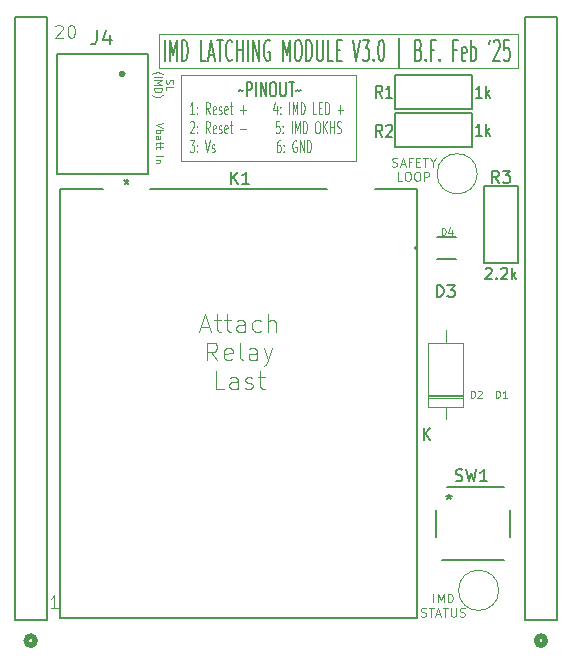
<source format=gbr>
%TF.GenerationSoftware,KiCad,Pcbnew,8.0.8*%
%TF.CreationDate,2025-03-02T20:21:30-05:00*%
%TF.ProjectId,IMD Latching Module V3.0,494d4420-4c61-4746-9368-696e67204d6f,rev?*%
%TF.SameCoordinates,Original*%
%TF.FileFunction,Legend,Top*%
%TF.FilePolarity,Positive*%
%FSLAX46Y46*%
G04 Gerber Fmt 4.6, Leading zero omitted, Abs format (unit mm)*
G04 Created by KiCad (PCBNEW 8.0.8) date 2025-03-02 20:21:30*
%MOMM*%
%LPD*%
G01*
G04 APERTURE LIST*
%ADD10C,0.100000*%
%ADD11C,0.150000*%
%ADD12C,0.187500*%
%ADD13C,0.170000*%
%ADD14C,0.120000*%
%ADD15C,0.152400*%
%ADD16C,0.508000*%
%ADD17C,0.200000*%
%ADD18C,0.400000*%
G04 APERTURE END LIST*
D10*
X61620000Y-50870000D02*
X92020000Y-50870000D01*
X92020000Y-53770000D01*
X61620000Y-53770000D01*
X61620000Y-50870000D01*
X63500000Y-54300000D02*
X78300000Y-54300000D01*
X78300000Y-61600000D01*
X63500000Y-61600000D01*
X63500000Y-54300000D01*
D11*
X89335714Y-70750057D02*
X89378571Y-70702438D01*
X89378571Y-70702438D02*
X89464286Y-70654819D01*
X89464286Y-70654819D02*
X89678571Y-70654819D01*
X89678571Y-70654819D02*
X89764286Y-70702438D01*
X89764286Y-70702438D02*
X89807143Y-70750057D01*
X89807143Y-70750057D02*
X89850000Y-70845295D01*
X89850000Y-70845295D02*
X89850000Y-70940533D01*
X89850000Y-70940533D02*
X89807143Y-71083390D01*
X89807143Y-71083390D02*
X89292857Y-71654819D01*
X89292857Y-71654819D02*
X89850000Y-71654819D01*
X90235714Y-71559580D02*
X90278571Y-71607200D01*
X90278571Y-71607200D02*
X90235714Y-71654819D01*
X90235714Y-71654819D02*
X90192857Y-71607200D01*
X90192857Y-71607200D02*
X90235714Y-71559580D01*
X90235714Y-71559580D02*
X90235714Y-71654819D01*
X90621428Y-70750057D02*
X90664285Y-70702438D01*
X90664285Y-70702438D02*
X90750000Y-70654819D01*
X90750000Y-70654819D02*
X90964285Y-70654819D01*
X90964285Y-70654819D02*
X91050000Y-70702438D01*
X91050000Y-70702438D02*
X91092857Y-70750057D01*
X91092857Y-70750057D02*
X91135714Y-70845295D01*
X91135714Y-70845295D02*
X91135714Y-70940533D01*
X91135714Y-70940533D02*
X91092857Y-71083390D01*
X91092857Y-71083390D02*
X90578571Y-71654819D01*
X90578571Y-71654819D02*
X91135714Y-71654819D01*
X91521428Y-71654819D02*
X91521428Y-70654819D01*
X91607143Y-71273866D02*
X91864285Y-71654819D01*
X91864285Y-70988152D02*
X91521428Y-71369104D01*
D10*
X65205713Y-75652825D02*
X65919999Y-75652825D01*
X65062856Y-76081396D02*
X65562856Y-74581396D01*
X65562856Y-74581396D02*
X66062856Y-76081396D01*
X66348570Y-75081396D02*
X66919998Y-75081396D01*
X66562855Y-74581396D02*
X66562855Y-75867110D01*
X66562855Y-75867110D02*
X66634284Y-76009968D01*
X66634284Y-76009968D02*
X66777141Y-76081396D01*
X66777141Y-76081396D02*
X66919998Y-76081396D01*
X67205713Y-75081396D02*
X67777141Y-75081396D01*
X67419998Y-74581396D02*
X67419998Y-75867110D01*
X67419998Y-75867110D02*
X67491427Y-76009968D01*
X67491427Y-76009968D02*
X67634284Y-76081396D01*
X67634284Y-76081396D02*
X67777141Y-76081396D01*
X68919999Y-76081396D02*
X68919999Y-75295682D01*
X68919999Y-75295682D02*
X68848570Y-75152825D01*
X68848570Y-75152825D02*
X68705713Y-75081396D01*
X68705713Y-75081396D02*
X68419999Y-75081396D01*
X68419999Y-75081396D02*
X68277141Y-75152825D01*
X68919999Y-76009968D02*
X68777141Y-76081396D01*
X68777141Y-76081396D02*
X68419999Y-76081396D01*
X68419999Y-76081396D02*
X68277141Y-76009968D01*
X68277141Y-76009968D02*
X68205713Y-75867110D01*
X68205713Y-75867110D02*
X68205713Y-75724253D01*
X68205713Y-75724253D02*
X68277141Y-75581396D01*
X68277141Y-75581396D02*
X68419999Y-75509968D01*
X68419999Y-75509968D02*
X68777141Y-75509968D01*
X68777141Y-75509968D02*
X68919999Y-75438539D01*
X70277142Y-76009968D02*
X70134284Y-76081396D01*
X70134284Y-76081396D02*
X69848570Y-76081396D01*
X69848570Y-76081396D02*
X69705713Y-76009968D01*
X69705713Y-76009968D02*
X69634284Y-75938539D01*
X69634284Y-75938539D02*
X69562856Y-75795682D01*
X69562856Y-75795682D02*
X69562856Y-75367110D01*
X69562856Y-75367110D02*
X69634284Y-75224253D01*
X69634284Y-75224253D02*
X69705713Y-75152825D01*
X69705713Y-75152825D02*
X69848570Y-75081396D01*
X69848570Y-75081396D02*
X70134284Y-75081396D01*
X70134284Y-75081396D02*
X70277142Y-75152825D01*
X70919998Y-76081396D02*
X70919998Y-74581396D01*
X71562856Y-76081396D02*
X71562856Y-75295682D01*
X71562856Y-75295682D02*
X71491427Y-75152825D01*
X71491427Y-75152825D02*
X71348570Y-75081396D01*
X71348570Y-75081396D02*
X71134284Y-75081396D01*
X71134284Y-75081396D02*
X70991427Y-75152825D01*
X70991427Y-75152825D02*
X70919998Y-75224253D01*
X66598570Y-78496312D02*
X66098570Y-77782026D01*
X65741427Y-78496312D02*
X65741427Y-76996312D01*
X65741427Y-76996312D02*
X66312856Y-76996312D01*
X66312856Y-76996312D02*
X66455713Y-77067741D01*
X66455713Y-77067741D02*
X66527142Y-77139169D01*
X66527142Y-77139169D02*
X66598570Y-77282026D01*
X66598570Y-77282026D02*
X66598570Y-77496312D01*
X66598570Y-77496312D02*
X66527142Y-77639169D01*
X66527142Y-77639169D02*
X66455713Y-77710598D01*
X66455713Y-77710598D02*
X66312856Y-77782026D01*
X66312856Y-77782026D02*
X65741427Y-77782026D01*
X67812856Y-78424884D02*
X67669999Y-78496312D01*
X67669999Y-78496312D02*
X67384285Y-78496312D01*
X67384285Y-78496312D02*
X67241427Y-78424884D01*
X67241427Y-78424884D02*
X67169999Y-78282026D01*
X67169999Y-78282026D02*
X67169999Y-77710598D01*
X67169999Y-77710598D02*
X67241427Y-77567741D01*
X67241427Y-77567741D02*
X67384285Y-77496312D01*
X67384285Y-77496312D02*
X67669999Y-77496312D01*
X67669999Y-77496312D02*
X67812856Y-77567741D01*
X67812856Y-77567741D02*
X67884285Y-77710598D01*
X67884285Y-77710598D02*
X67884285Y-77853455D01*
X67884285Y-77853455D02*
X67169999Y-77996312D01*
X68741427Y-78496312D02*
X68598570Y-78424884D01*
X68598570Y-78424884D02*
X68527141Y-78282026D01*
X68527141Y-78282026D02*
X68527141Y-76996312D01*
X69955713Y-78496312D02*
X69955713Y-77710598D01*
X69955713Y-77710598D02*
X69884284Y-77567741D01*
X69884284Y-77567741D02*
X69741427Y-77496312D01*
X69741427Y-77496312D02*
X69455713Y-77496312D01*
X69455713Y-77496312D02*
X69312855Y-77567741D01*
X69955713Y-78424884D02*
X69812855Y-78496312D01*
X69812855Y-78496312D02*
X69455713Y-78496312D01*
X69455713Y-78496312D02*
X69312855Y-78424884D01*
X69312855Y-78424884D02*
X69241427Y-78282026D01*
X69241427Y-78282026D02*
X69241427Y-78139169D01*
X69241427Y-78139169D02*
X69312855Y-77996312D01*
X69312855Y-77996312D02*
X69455713Y-77924884D01*
X69455713Y-77924884D02*
X69812855Y-77924884D01*
X69812855Y-77924884D02*
X69955713Y-77853455D01*
X70527141Y-77496312D02*
X70884284Y-78496312D01*
X71241427Y-77496312D02*
X70884284Y-78496312D01*
X70884284Y-78496312D02*
X70741427Y-78853455D01*
X70741427Y-78853455D02*
X70669998Y-78924884D01*
X70669998Y-78924884D02*
X70527141Y-78996312D01*
X67169998Y-80911228D02*
X66455712Y-80911228D01*
X66455712Y-80911228D02*
X66455712Y-79411228D01*
X68312856Y-80911228D02*
X68312856Y-80125514D01*
X68312856Y-80125514D02*
X68241427Y-79982657D01*
X68241427Y-79982657D02*
X68098570Y-79911228D01*
X68098570Y-79911228D02*
X67812856Y-79911228D01*
X67812856Y-79911228D02*
X67669998Y-79982657D01*
X68312856Y-80839800D02*
X68169998Y-80911228D01*
X68169998Y-80911228D02*
X67812856Y-80911228D01*
X67812856Y-80911228D02*
X67669998Y-80839800D01*
X67669998Y-80839800D02*
X67598570Y-80696942D01*
X67598570Y-80696942D02*
X67598570Y-80554085D01*
X67598570Y-80554085D02*
X67669998Y-80411228D01*
X67669998Y-80411228D02*
X67812856Y-80339800D01*
X67812856Y-80339800D02*
X68169998Y-80339800D01*
X68169998Y-80339800D02*
X68312856Y-80268371D01*
X68955713Y-80839800D02*
X69098570Y-80911228D01*
X69098570Y-80911228D02*
X69384284Y-80911228D01*
X69384284Y-80911228D02*
X69527141Y-80839800D01*
X69527141Y-80839800D02*
X69598570Y-80696942D01*
X69598570Y-80696942D02*
X69598570Y-80625514D01*
X69598570Y-80625514D02*
X69527141Y-80482657D01*
X69527141Y-80482657D02*
X69384284Y-80411228D01*
X69384284Y-80411228D02*
X69169999Y-80411228D01*
X69169999Y-80411228D02*
X69027141Y-80339800D01*
X69027141Y-80339800D02*
X68955713Y-80196942D01*
X68955713Y-80196942D02*
X68955713Y-80125514D01*
X68955713Y-80125514D02*
X69027141Y-79982657D01*
X69027141Y-79982657D02*
X69169999Y-79911228D01*
X69169999Y-79911228D02*
X69384284Y-79911228D01*
X69384284Y-79911228D02*
X69527141Y-79982657D01*
X70027142Y-79911228D02*
X70598570Y-79911228D01*
X70241427Y-79411228D02*
X70241427Y-80696942D01*
X70241427Y-80696942D02*
X70312856Y-80839800D01*
X70312856Y-80839800D02*
X70455713Y-80911228D01*
X70455713Y-80911228D02*
X70598570Y-80911228D01*
X64622931Y-57652531D02*
X64280074Y-57652531D01*
X64451503Y-57652531D02*
X64451503Y-56652531D01*
X64451503Y-56652531D02*
X64394360Y-56795388D01*
X64394360Y-56795388D02*
X64337217Y-56890626D01*
X64337217Y-56890626D02*
X64280074Y-56938245D01*
X64880075Y-57557292D02*
X64908646Y-57604912D01*
X64908646Y-57604912D02*
X64880075Y-57652531D01*
X64880075Y-57652531D02*
X64851503Y-57604912D01*
X64851503Y-57604912D02*
X64880075Y-57557292D01*
X64880075Y-57557292D02*
X64880075Y-57652531D01*
X64880075Y-57033483D02*
X64908646Y-57081102D01*
X64908646Y-57081102D02*
X64880075Y-57128721D01*
X64880075Y-57128721D02*
X64851503Y-57081102D01*
X64851503Y-57081102D02*
X64880075Y-57033483D01*
X64880075Y-57033483D02*
X64880075Y-57128721D01*
X65965789Y-57652531D02*
X65765789Y-57176340D01*
X65622932Y-57652531D02*
X65622932Y-56652531D01*
X65622932Y-56652531D02*
X65851503Y-56652531D01*
X65851503Y-56652531D02*
X65908646Y-56700150D01*
X65908646Y-56700150D02*
X65937217Y-56747769D01*
X65937217Y-56747769D02*
X65965789Y-56843007D01*
X65965789Y-56843007D02*
X65965789Y-56985864D01*
X65965789Y-56985864D02*
X65937217Y-57081102D01*
X65937217Y-57081102D02*
X65908646Y-57128721D01*
X65908646Y-57128721D02*
X65851503Y-57176340D01*
X65851503Y-57176340D02*
X65622932Y-57176340D01*
X66451503Y-57604912D02*
X66394360Y-57652531D01*
X66394360Y-57652531D02*
X66280075Y-57652531D01*
X66280075Y-57652531D02*
X66222932Y-57604912D01*
X66222932Y-57604912D02*
X66194360Y-57509673D01*
X66194360Y-57509673D02*
X66194360Y-57128721D01*
X66194360Y-57128721D02*
X66222932Y-57033483D01*
X66222932Y-57033483D02*
X66280075Y-56985864D01*
X66280075Y-56985864D02*
X66394360Y-56985864D01*
X66394360Y-56985864D02*
X66451503Y-57033483D01*
X66451503Y-57033483D02*
X66480075Y-57128721D01*
X66480075Y-57128721D02*
X66480075Y-57223959D01*
X66480075Y-57223959D02*
X66194360Y-57319197D01*
X66708646Y-57604912D02*
X66765789Y-57652531D01*
X66765789Y-57652531D02*
X66880075Y-57652531D01*
X66880075Y-57652531D02*
X66937218Y-57604912D01*
X66937218Y-57604912D02*
X66965789Y-57509673D01*
X66965789Y-57509673D02*
X66965789Y-57462054D01*
X66965789Y-57462054D02*
X66937218Y-57366816D01*
X66937218Y-57366816D02*
X66880075Y-57319197D01*
X66880075Y-57319197D02*
X66794361Y-57319197D01*
X66794361Y-57319197D02*
X66737218Y-57271578D01*
X66737218Y-57271578D02*
X66708646Y-57176340D01*
X66708646Y-57176340D02*
X66708646Y-57128721D01*
X66708646Y-57128721D02*
X66737218Y-57033483D01*
X66737218Y-57033483D02*
X66794361Y-56985864D01*
X66794361Y-56985864D02*
X66880075Y-56985864D01*
X66880075Y-56985864D02*
X66937218Y-57033483D01*
X67451503Y-57604912D02*
X67394360Y-57652531D01*
X67394360Y-57652531D02*
X67280075Y-57652531D01*
X67280075Y-57652531D02*
X67222932Y-57604912D01*
X67222932Y-57604912D02*
X67194360Y-57509673D01*
X67194360Y-57509673D02*
X67194360Y-57128721D01*
X67194360Y-57128721D02*
X67222932Y-57033483D01*
X67222932Y-57033483D02*
X67280075Y-56985864D01*
X67280075Y-56985864D02*
X67394360Y-56985864D01*
X67394360Y-56985864D02*
X67451503Y-57033483D01*
X67451503Y-57033483D02*
X67480075Y-57128721D01*
X67480075Y-57128721D02*
X67480075Y-57223959D01*
X67480075Y-57223959D02*
X67194360Y-57319197D01*
X67651503Y-56985864D02*
X67880075Y-56985864D01*
X67737218Y-56652531D02*
X67737218Y-57509673D01*
X67737218Y-57509673D02*
X67765789Y-57604912D01*
X67765789Y-57604912D02*
X67822932Y-57652531D01*
X67822932Y-57652531D02*
X67880075Y-57652531D01*
X68537218Y-57271578D02*
X68994361Y-57271578D01*
X68765789Y-57652531D02*
X68765789Y-56890626D01*
X71622931Y-56985864D02*
X71622931Y-57652531D01*
X71480073Y-56604912D02*
X71337216Y-57319197D01*
X71337216Y-57319197D02*
X71708645Y-57319197D01*
X71937217Y-57557292D02*
X71965788Y-57604912D01*
X71965788Y-57604912D02*
X71937217Y-57652531D01*
X71937217Y-57652531D02*
X71908645Y-57604912D01*
X71908645Y-57604912D02*
X71937217Y-57557292D01*
X71937217Y-57557292D02*
X71937217Y-57652531D01*
X71937217Y-57033483D02*
X71965788Y-57081102D01*
X71965788Y-57081102D02*
X71937217Y-57128721D01*
X71937217Y-57128721D02*
X71908645Y-57081102D01*
X71908645Y-57081102D02*
X71937217Y-57033483D01*
X71937217Y-57033483D02*
X71937217Y-57128721D01*
X72680074Y-57652531D02*
X72680074Y-56652531D01*
X72965788Y-57652531D02*
X72965788Y-56652531D01*
X72965788Y-56652531D02*
X73165788Y-57366816D01*
X73165788Y-57366816D02*
X73365788Y-56652531D01*
X73365788Y-56652531D02*
X73365788Y-57652531D01*
X73651502Y-57652531D02*
X73651502Y-56652531D01*
X73651502Y-56652531D02*
X73794359Y-56652531D01*
X73794359Y-56652531D02*
X73880073Y-56700150D01*
X73880073Y-56700150D02*
X73937216Y-56795388D01*
X73937216Y-56795388D02*
X73965787Y-56890626D01*
X73965787Y-56890626D02*
X73994359Y-57081102D01*
X73994359Y-57081102D02*
X73994359Y-57223959D01*
X73994359Y-57223959D02*
X73965787Y-57414435D01*
X73965787Y-57414435D02*
X73937216Y-57509673D01*
X73937216Y-57509673D02*
X73880073Y-57604912D01*
X73880073Y-57604912D02*
X73794359Y-57652531D01*
X73794359Y-57652531D02*
X73651502Y-57652531D01*
X74994359Y-57652531D02*
X74708645Y-57652531D01*
X74708645Y-57652531D02*
X74708645Y-56652531D01*
X75194359Y-57128721D02*
X75394359Y-57128721D01*
X75480073Y-57652531D02*
X75194359Y-57652531D01*
X75194359Y-57652531D02*
X75194359Y-56652531D01*
X75194359Y-56652531D02*
X75480073Y-56652531D01*
X75737216Y-57652531D02*
X75737216Y-56652531D01*
X75737216Y-56652531D02*
X75880073Y-56652531D01*
X75880073Y-56652531D02*
X75965787Y-56700150D01*
X75965787Y-56700150D02*
X76022930Y-56795388D01*
X76022930Y-56795388D02*
X76051501Y-56890626D01*
X76051501Y-56890626D02*
X76080073Y-57081102D01*
X76080073Y-57081102D02*
X76080073Y-57223959D01*
X76080073Y-57223959D02*
X76051501Y-57414435D01*
X76051501Y-57414435D02*
X76022930Y-57509673D01*
X76022930Y-57509673D02*
X75965787Y-57604912D01*
X75965787Y-57604912D02*
X75880073Y-57652531D01*
X75880073Y-57652531D02*
X75737216Y-57652531D01*
X76794359Y-57271578D02*
X77251502Y-57271578D01*
X77022930Y-57652531D02*
X77022930Y-56890626D01*
X64280074Y-58357713D02*
X64308646Y-58310094D01*
X64308646Y-58310094D02*
X64365789Y-58262475D01*
X64365789Y-58262475D02*
X64508646Y-58262475D01*
X64508646Y-58262475D02*
X64565789Y-58310094D01*
X64565789Y-58310094D02*
X64594360Y-58357713D01*
X64594360Y-58357713D02*
X64622931Y-58452951D01*
X64622931Y-58452951D02*
X64622931Y-58548189D01*
X64622931Y-58548189D02*
X64594360Y-58691046D01*
X64594360Y-58691046D02*
X64251503Y-59262475D01*
X64251503Y-59262475D02*
X64622931Y-59262475D01*
X64880075Y-59167236D02*
X64908646Y-59214856D01*
X64908646Y-59214856D02*
X64880075Y-59262475D01*
X64880075Y-59262475D02*
X64851503Y-59214856D01*
X64851503Y-59214856D02*
X64880075Y-59167236D01*
X64880075Y-59167236D02*
X64880075Y-59262475D01*
X64880075Y-58643427D02*
X64908646Y-58691046D01*
X64908646Y-58691046D02*
X64880075Y-58738665D01*
X64880075Y-58738665D02*
X64851503Y-58691046D01*
X64851503Y-58691046D02*
X64880075Y-58643427D01*
X64880075Y-58643427D02*
X64880075Y-58738665D01*
X65965789Y-59262475D02*
X65765789Y-58786284D01*
X65622932Y-59262475D02*
X65622932Y-58262475D01*
X65622932Y-58262475D02*
X65851503Y-58262475D01*
X65851503Y-58262475D02*
X65908646Y-58310094D01*
X65908646Y-58310094D02*
X65937217Y-58357713D01*
X65937217Y-58357713D02*
X65965789Y-58452951D01*
X65965789Y-58452951D02*
X65965789Y-58595808D01*
X65965789Y-58595808D02*
X65937217Y-58691046D01*
X65937217Y-58691046D02*
X65908646Y-58738665D01*
X65908646Y-58738665D02*
X65851503Y-58786284D01*
X65851503Y-58786284D02*
X65622932Y-58786284D01*
X66451503Y-59214856D02*
X66394360Y-59262475D01*
X66394360Y-59262475D02*
X66280075Y-59262475D01*
X66280075Y-59262475D02*
X66222932Y-59214856D01*
X66222932Y-59214856D02*
X66194360Y-59119617D01*
X66194360Y-59119617D02*
X66194360Y-58738665D01*
X66194360Y-58738665D02*
X66222932Y-58643427D01*
X66222932Y-58643427D02*
X66280075Y-58595808D01*
X66280075Y-58595808D02*
X66394360Y-58595808D01*
X66394360Y-58595808D02*
X66451503Y-58643427D01*
X66451503Y-58643427D02*
X66480075Y-58738665D01*
X66480075Y-58738665D02*
X66480075Y-58833903D01*
X66480075Y-58833903D02*
X66194360Y-58929141D01*
X66708646Y-59214856D02*
X66765789Y-59262475D01*
X66765789Y-59262475D02*
X66880075Y-59262475D01*
X66880075Y-59262475D02*
X66937218Y-59214856D01*
X66937218Y-59214856D02*
X66965789Y-59119617D01*
X66965789Y-59119617D02*
X66965789Y-59071998D01*
X66965789Y-59071998D02*
X66937218Y-58976760D01*
X66937218Y-58976760D02*
X66880075Y-58929141D01*
X66880075Y-58929141D02*
X66794361Y-58929141D01*
X66794361Y-58929141D02*
X66737218Y-58881522D01*
X66737218Y-58881522D02*
X66708646Y-58786284D01*
X66708646Y-58786284D02*
X66708646Y-58738665D01*
X66708646Y-58738665D02*
X66737218Y-58643427D01*
X66737218Y-58643427D02*
X66794361Y-58595808D01*
X66794361Y-58595808D02*
X66880075Y-58595808D01*
X66880075Y-58595808D02*
X66937218Y-58643427D01*
X67451503Y-59214856D02*
X67394360Y-59262475D01*
X67394360Y-59262475D02*
X67280075Y-59262475D01*
X67280075Y-59262475D02*
X67222932Y-59214856D01*
X67222932Y-59214856D02*
X67194360Y-59119617D01*
X67194360Y-59119617D02*
X67194360Y-58738665D01*
X67194360Y-58738665D02*
X67222932Y-58643427D01*
X67222932Y-58643427D02*
X67280075Y-58595808D01*
X67280075Y-58595808D02*
X67394360Y-58595808D01*
X67394360Y-58595808D02*
X67451503Y-58643427D01*
X67451503Y-58643427D02*
X67480075Y-58738665D01*
X67480075Y-58738665D02*
X67480075Y-58833903D01*
X67480075Y-58833903D02*
X67194360Y-58929141D01*
X67651503Y-58595808D02*
X67880075Y-58595808D01*
X67737218Y-58262475D02*
X67737218Y-59119617D01*
X67737218Y-59119617D02*
X67765789Y-59214856D01*
X67765789Y-59214856D02*
X67822932Y-59262475D01*
X67822932Y-59262475D02*
X67880075Y-59262475D01*
X68537218Y-58881522D02*
X68994361Y-58881522D01*
X71851504Y-58262475D02*
X71565790Y-58262475D01*
X71565790Y-58262475D02*
X71537218Y-58738665D01*
X71537218Y-58738665D02*
X71565790Y-58691046D01*
X71565790Y-58691046D02*
X71622933Y-58643427D01*
X71622933Y-58643427D02*
X71765790Y-58643427D01*
X71765790Y-58643427D02*
X71822933Y-58691046D01*
X71822933Y-58691046D02*
X71851504Y-58738665D01*
X71851504Y-58738665D02*
X71880075Y-58833903D01*
X71880075Y-58833903D02*
X71880075Y-59071998D01*
X71880075Y-59071998D02*
X71851504Y-59167236D01*
X71851504Y-59167236D02*
X71822933Y-59214856D01*
X71822933Y-59214856D02*
X71765790Y-59262475D01*
X71765790Y-59262475D02*
X71622933Y-59262475D01*
X71622933Y-59262475D02*
X71565790Y-59214856D01*
X71565790Y-59214856D02*
X71537218Y-59167236D01*
X72137219Y-59167236D02*
X72165790Y-59214856D01*
X72165790Y-59214856D02*
X72137219Y-59262475D01*
X72137219Y-59262475D02*
X72108647Y-59214856D01*
X72108647Y-59214856D02*
X72137219Y-59167236D01*
X72137219Y-59167236D02*
X72137219Y-59262475D01*
X72137219Y-58643427D02*
X72165790Y-58691046D01*
X72165790Y-58691046D02*
X72137219Y-58738665D01*
X72137219Y-58738665D02*
X72108647Y-58691046D01*
X72108647Y-58691046D02*
X72137219Y-58643427D01*
X72137219Y-58643427D02*
X72137219Y-58738665D01*
X72880076Y-59262475D02*
X72880076Y-58262475D01*
X73165790Y-59262475D02*
X73165790Y-58262475D01*
X73165790Y-58262475D02*
X73365790Y-58976760D01*
X73365790Y-58976760D02*
X73565790Y-58262475D01*
X73565790Y-58262475D02*
X73565790Y-59262475D01*
X73851504Y-59262475D02*
X73851504Y-58262475D01*
X73851504Y-58262475D02*
X73994361Y-58262475D01*
X73994361Y-58262475D02*
X74080075Y-58310094D01*
X74080075Y-58310094D02*
X74137218Y-58405332D01*
X74137218Y-58405332D02*
X74165789Y-58500570D01*
X74165789Y-58500570D02*
X74194361Y-58691046D01*
X74194361Y-58691046D02*
X74194361Y-58833903D01*
X74194361Y-58833903D02*
X74165789Y-59024379D01*
X74165789Y-59024379D02*
X74137218Y-59119617D01*
X74137218Y-59119617D02*
X74080075Y-59214856D01*
X74080075Y-59214856D02*
X73994361Y-59262475D01*
X73994361Y-59262475D02*
X73851504Y-59262475D01*
X75022932Y-58262475D02*
X75137218Y-58262475D01*
X75137218Y-58262475D02*
X75194361Y-58310094D01*
X75194361Y-58310094D02*
X75251504Y-58405332D01*
X75251504Y-58405332D02*
X75280075Y-58595808D01*
X75280075Y-58595808D02*
X75280075Y-58929141D01*
X75280075Y-58929141D02*
X75251504Y-59119617D01*
X75251504Y-59119617D02*
X75194361Y-59214856D01*
X75194361Y-59214856D02*
X75137218Y-59262475D01*
X75137218Y-59262475D02*
X75022932Y-59262475D01*
X75022932Y-59262475D02*
X74965790Y-59214856D01*
X74965790Y-59214856D02*
X74908647Y-59119617D01*
X74908647Y-59119617D02*
X74880075Y-58929141D01*
X74880075Y-58929141D02*
X74880075Y-58595808D01*
X74880075Y-58595808D02*
X74908647Y-58405332D01*
X74908647Y-58405332D02*
X74965790Y-58310094D01*
X74965790Y-58310094D02*
X75022932Y-58262475D01*
X75537218Y-59262475D02*
X75537218Y-58262475D01*
X75880075Y-59262475D02*
X75622932Y-58691046D01*
X75880075Y-58262475D02*
X75537218Y-58833903D01*
X76137218Y-59262475D02*
X76137218Y-58262475D01*
X76137218Y-58738665D02*
X76480075Y-58738665D01*
X76480075Y-59262475D02*
X76480075Y-58262475D01*
X76737217Y-59214856D02*
X76822932Y-59262475D01*
X76822932Y-59262475D02*
X76965789Y-59262475D01*
X76965789Y-59262475D02*
X77022932Y-59214856D01*
X77022932Y-59214856D02*
X77051503Y-59167236D01*
X77051503Y-59167236D02*
X77080074Y-59071998D01*
X77080074Y-59071998D02*
X77080074Y-58976760D01*
X77080074Y-58976760D02*
X77051503Y-58881522D01*
X77051503Y-58881522D02*
X77022932Y-58833903D01*
X77022932Y-58833903D02*
X76965789Y-58786284D01*
X76965789Y-58786284D02*
X76851503Y-58738665D01*
X76851503Y-58738665D02*
X76794360Y-58691046D01*
X76794360Y-58691046D02*
X76765789Y-58643427D01*
X76765789Y-58643427D02*
X76737217Y-58548189D01*
X76737217Y-58548189D02*
X76737217Y-58452951D01*
X76737217Y-58452951D02*
X76765789Y-58357713D01*
X76765789Y-58357713D02*
X76794360Y-58310094D01*
X76794360Y-58310094D02*
X76851503Y-58262475D01*
X76851503Y-58262475D02*
X76994360Y-58262475D01*
X76994360Y-58262475D02*
X77080074Y-58310094D01*
X64251503Y-59872419D02*
X64622931Y-59872419D01*
X64622931Y-59872419D02*
X64422931Y-60253371D01*
X64422931Y-60253371D02*
X64508646Y-60253371D01*
X64508646Y-60253371D02*
X64565789Y-60300990D01*
X64565789Y-60300990D02*
X64594360Y-60348609D01*
X64594360Y-60348609D02*
X64622931Y-60443847D01*
X64622931Y-60443847D02*
X64622931Y-60681942D01*
X64622931Y-60681942D02*
X64594360Y-60777180D01*
X64594360Y-60777180D02*
X64565789Y-60824800D01*
X64565789Y-60824800D02*
X64508646Y-60872419D01*
X64508646Y-60872419D02*
X64337217Y-60872419D01*
X64337217Y-60872419D02*
X64280074Y-60824800D01*
X64280074Y-60824800D02*
X64251503Y-60777180D01*
X64880075Y-60777180D02*
X64908646Y-60824800D01*
X64908646Y-60824800D02*
X64880075Y-60872419D01*
X64880075Y-60872419D02*
X64851503Y-60824800D01*
X64851503Y-60824800D02*
X64880075Y-60777180D01*
X64880075Y-60777180D02*
X64880075Y-60872419D01*
X64880075Y-60253371D02*
X64908646Y-60300990D01*
X64908646Y-60300990D02*
X64880075Y-60348609D01*
X64880075Y-60348609D02*
X64851503Y-60300990D01*
X64851503Y-60300990D02*
X64880075Y-60253371D01*
X64880075Y-60253371D02*
X64880075Y-60348609D01*
X65537217Y-59872419D02*
X65737217Y-60872419D01*
X65737217Y-60872419D02*
X65937217Y-59872419D01*
X66108646Y-60824800D02*
X66165789Y-60872419D01*
X66165789Y-60872419D02*
X66280075Y-60872419D01*
X66280075Y-60872419D02*
X66337218Y-60824800D01*
X66337218Y-60824800D02*
X66365789Y-60729561D01*
X66365789Y-60729561D02*
X66365789Y-60681942D01*
X66365789Y-60681942D02*
X66337218Y-60586704D01*
X66337218Y-60586704D02*
X66280075Y-60539085D01*
X66280075Y-60539085D02*
X66194361Y-60539085D01*
X66194361Y-60539085D02*
X66137218Y-60491466D01*
X66137218Y-60491466D02*
X66108646Y-60396228D01*
X66108646Y-60396228D02*
X66108646Y-60348609D01*
X66108646Y-60348609D02*
X66137218Y-60253371D01*
X66137218Y-60253371D02*
X66194361Y-60205752D01*
X66194361Y-60205752D02*
X66280075Y-60205752D01*
X66280075Y-60205752D02*
X66337218Y-60253371D01*
X71908648Y-59872419D02*
X71794362Y-59872419D01*
X71794362Y-59872419D02*
X71737219Y-59920038D01*
X71737219Y-59920038D02*
X71708648Y-59967657D01*
X71708648Y-59967657D02*
X71651505Y-60110514D01*
X71651505Y-60110514D02*
X71622933Y-60300990D01*
X71622933Y-60300990D02*
X71622933Y-60681942D01*
X71622933Y-60681942D02*
X71651505Y-60777180D01*
X71651505Y-60777180D02*
X71680076Y-60824800D01*
X71680076Y-60824800D02*
X71737219Y-60872419D01*
X71737219Y-60872419D02*
X71851505Y-60872419D01*
X71851505Y-60872419D02*
X71908648Y-60824800D01*
X71908648Y-60824800D02*
X71937219Y-60777180D01*
X71937219Y-60777180D02*
X71965790Y-60681942D01*
X71965790Y-60681942D02*
X71965790Y-60443847D01*
X71965790Y-60443847D02*
X71937219Y-60348609D01*
X71937219Y-60348609D02*
X71908648Y-60300990D01*
X71908648Y-60300990D02*
X71851505Y-60253371D01*
X71851505Y-60253371D02*
X71737219Y-60253371D01*
X71737219Y-60253371D02*
X71680076Y-60300990D01*
X71680076Y-60300990D02*
X71651505Y-60348609D01*
X71651505Y-60348609D02*
X71622933Y-60443847D01*
X72222934Y-60777180D02*
X72251505Y-60824800D01*
X72251505Y-60824800D02*
X72222934Y-60872419D01*
X72222934Y-60872419D02*
X72194362Y-60824800D01*
X72194362Y-60824800D02*
X72222934Y-60777180D01*
X72222934Y-60777180D02*
X72222934Y-60872419D01*
X72222934Y-60253371D02*
X72251505Y-60300990D01*
X72251505Y-60300990D02*
X72222934Y-60348609D01*
X72222934Y-60348609D02*
X72194362Y-60300990D01*
X72194362Y-60300990D02*
X72222934Y-60253371D01*
X72222934Y-60253371D02*
X72222934Y-60348609D01*
X73280076Y-59920038D02*
X73222934Y-59872419D01*
X73222934Y-59872419D02*
X73137219Y-59872419D01*
X73137219Y-59872419D02*
X73051505Y-59920038D01*
X73051505Y-59920038D02*
X72994362Y-60015276D01*
X72994362Y-60015276D02*
X72965791Y-60110514D01*
X72965791Y-60110514D02*
X72937219Y-60300990D01*
X72937219Y-60300990D02*
X72937219Y-60443847D01*
X72937219Y-60443847D02*
X72965791Y-60634323D01*
X72965791Y-60634323D02*
X72994362Y-60729561D01*
X72994362Y-60729561D02*
X73051505Y-60824800D01*
X73051505Y-60824800D02*
X73137219Y-60872419D01*
X73137219Y-60872419D02*
X73194362Y-60872419D01*
X73194362Y-60872419D02*
X73280076Y-60824800D01*
X73280076Y-60824800D02*
X73308648Y-60777180D01*
X73308648Y-60777180D02*
X73308648Y-60443847D01*
X73308648Y-60443847D02*
X73194362Y-60443847D01*
X73565791Y-60872419D02*
X73565791Y-59872419D01*
X73565791Y-59872419D02*
X73908648Y-60872419D01*
X73908648Y-60872419D02*
X73908648Y-59872419D01*
X74194362Y-60872419D02*
X74194362Y-59872419D01*
X74194362Y-59872419D02*
X74337219Y-59872419D01*
X74337219Y-59872419D02*
X74422933Y-59920038D01*
X74422933Y-59920038D02*
X74480076Y-60015276D01*
X74480076Y-60015276D02*
X74508647Y-60110514D01*
X74508647Y-60110514D02*
X74537219Y-60300990D01*
X74537219Y-60300990D02*
X74537219Y-60443847D01*
X74537219Y-60443847D02*
X74508647Y-60634323D01*
X74508647Y-60634323D02*
X74480076Y-60729561D01*
X74480076Y-60729561D02*
X74422933Y-60824800D01*
X74422933Y-60824800D02*
X74337219Y-60872419D01*
X74337219Y-60872419D02*
X74194362Y-60872419D01*
D12*
X62137640Y-53169964D02*
X62137640Y-51369964D01*
X62566211Y-53169964D02*
X62566211Y-51369964D01*
X62566211Y-51369964D02*
X62866211Y-52655678D01*
X62866211Y-52655678D02*
X63166211Y-51369964D01*
X63166211Y-51369964D02*
X63166211Y-53169964D01*
X63594782Y-53169964D02*
X63594782Y-51369964D01*
X63594782Y-51369964D02*
X63809068Y-51369964D01*
X63809068Y-51369964D02*
X63937639Y-51455678D01*
X63937639Y-51455678D02*
X64023354Y-51627107D01*
X64023354Y-51627107D02*
X64066211Y-51798535D01*
X64066211Y-51798535D02*
X64109068Y-52141392D01*
X64109068Y-52141392D02*
X64109068Y-52398535D01*
X64109068Y-52398535D02*
X64066211Y-52741392D01*
X64066211Y-52741392D02*
X64023354Y-52912821D01*
X64023354Y-52912821D02*
X63937639Y-53084250D01*
X63937639Y-53084250D02*
X63809068Y-53169964D01*
X63809068Y-53169964D02*
X63594782Y-53169964D01*
X65609068Y-53169964D02*
X65180496Y-53169964D01*
X65180496Y-53169964D02*
X65180496Y-51369964D01*
X65866210Y-52655678D02*
X66294782Y-52655678D01*
X65780496Y-53169964D02*
X66080496Y-51369964D01*
X66080496Y-51369964D02*
X66380496Y-53169964D01*
X66551925Y-51369964D02*
X67066211Y-51369964D01*
X66809068Y-53169964D02*
X66809068Y-51369964D01*
X67880496Y-52998535D02*
X67837639Y-53084250D01*
X67837639Y-53084250D02*
X67709067Y-53169964D01*
X67709067Y-53169964D02*
X67623353Y-53169964D01*
X67623353Y-53169964D02*
X67494782Y-53084250D01*
X67494782Y-53084250D02*
X67409067Y-52912821D01*
X67409067Y-52912821D02*
X67366210Y-52741392D01*
X67366210Y-52741392D02*
X67323353Y-52398535D01*
X67323353Y-52398535D02*
X67323353Y-52141392D01*
X67323353Y-52141392D02*
X67366210Y-51798535D01*
X67366210Y-51798535D02*
X67409067Y-51627107D01*
X67409067Y-51627107D02*
X67494782Y-51455678D01*
X67494782Y-51455678D02*
X67623353Y-51369964D01*
X67623353Y-51369964D02*
X67709067Y-51369964D01*
X67709067Y-51369964D02*
X67837639Y-51455678D01*
X67837639Y-51455678D02*
X67880496Y-51541392D01*
X68266210Y-53169964D02*
X68266210Y-51369964D01*
X68266210Y-52227107D02*
X68780496Y-52227107D01*
X68780496Y-53169964D02*
X68780496Y-51369964D01*
X69209067Y-53169964D02*
X69209067Y-51369964D01*
X69637638Y-53169964D02*
X69637638Y-51369964D01*
X69637638Y-51369964D02*
X70151924Y-53169964D01*
X70151924Y-53169964D02*
X70151924Y-51369964D01*
X71051924Y-51455678D02*
X70966210Y-51369964D01*
X70966210Y-51369964D02*
X70837638Y-51369964D01*
X70837638Y-51369964D02*
X70709067Y-51455678D01*
X70709067Y-51455678D02*
X70623352Y-51627107D01*
X70623352Y-51627107D02*
X70580495Y-51798535D01*
X70580495Y-51798535D02*
X70537638Y-52141392D01*
X70537638Y-52141392D02*
X70537638Y-52398535D01*
X70537638Y-52398535D02*
X70580495Y-52741392D01*
X70580495Y-52741392D02*
X70623352Y-52912821D01*
X70623352Y-52912821D02*
X70709067Y-53084250D01*
X70709067Y-53084250D02*
X70837638Y-53169964D01*
X70837638Y-53169964D02*
X70923352Y-53169964D01*
X70923352Y-53169964D02*
X71051924Y-53084250D01*
X71051924Y-53084250D02*
X71094781Y-52998535D01*
X71094781Y-52998535D02*
X71094781Y-52398535D01*
X71094781Y-52398535D02*
X70923352Y-52398535D01*
X72166209Y-53169964D02*
X72166209Y-51369964D01*
X72166209Y-51369964D02*
X72466209Y-52655678D01*
X72466209Y-52655678D02*
X72766209Y-51369964D01*
X72766209Y-51369964D02*
X72766209Y-53169964D01*
X73366209Y-51369964D02*
X73537637Y-51369964D01*
X73537637Y-51369964D02*
X73623352Y-51455678D01*
X73623352Y-51455678D02*
X73709066Y-51627107D01*
X73709066Y-51627107D02*
X73751923Y-51969964D01*
X73751923Y-51969964D02*
X73751923Y-52569964D01*
X73751923Y-52569964D02*
X73709066Y-52912821D01*
X73709066Y-52912821D02*
X73623352Y-53084250D01*
X73623352Y-53084250D02*
X73537637Y-53169964D01*
X73537637Y-53169964D02*
X73366209Y-53169964D01*
X73366209Y-53169964D02*
X73280495Y-53084250D01*
X73280495Y-53084250D02*
X73194780Y-52912821D01*
X73194780Y-52912821D02*
X73151923Y-52569964D01*
X73151923Y-52569964D02*
X73151923Y-51969964D01*
X73151923Y-51969964D02*
X73194780Y-51627107D01*
X73194780Y-51627107D02*
X73280495Y-51455678D01*
X73280495Y-51455678D02*
X73366209Y-51369964D01*
X74137637Y-53169964D02*
X74137637Y-51369964D01*
X74137637Y-51369964D02*
X74351923Y-51369964D01*
X74351923Y-51369964D02*
X74480494Y-51455678D01*
X74480494Y-51455678D02*
X74566209Y-51627107D01*
X74566209Y-51627107D02*
X74609066Y-51798535D01*
X74609066Y-51798535D02*
X74651923Y-52141392D01*
X74651923Y-52141392D02*
X74651923Y-52398535D01*
X74651923Y-52398535D02*
X74609066Y-52741392D01*
X74609066Y-52741392D02*
X74566209Y-52912821D01*
X74566209Y-52912821D02*
X74480494Y-53084250D01*
X74480494Y-53084250D02*
X74351923Y-53169964D01*
X74351923Y-53169964D02*
X74137637Y-53169964D01*
X75037637Y-51369964D02*
X75037637Y-52827107D01*
X75037637Y-52827107D02*
X75080494Y-52998535D01*
X75080494Y-52998535D02*
X75123352Y-53084250D01*
X75123352Y-53084250D02*
X75209066Y-53169964D01*
X75209066Y-53169964D02*
X75380494Y-53169964D01*
X75380494Y-53169964D02*
X75466209Y-53084250D01*
X75466209Y-53084250D02*
X75509066Y-52998535D01*
X75509066Y-52998535D02*
X75551923Y-52827107D01*
X75551923Y-52827107D02*
X75551923Y-51369964D01*
X76409066Y-53169964D02*
X75980494Y-53169964D01*
X75980494Y-53169964D02*
X75980494Y-51369964D01*
X76709065Y-52227107D02*
X77009065Y-52227107D01*
X77137637Y-53169964D02*
X76709065Y-53169964D01*
X76709065Y-53169964D02*
X76709065Y-51369964D01*
X76709065Y-51369964D02*
X77137637Y-51369964D01*
X78080494Y-51369964D02*
X78380494Y-53169964D01*
X78380494Y-53169964D02*
X78680494Y-51369964D01*
X78894780Y-51369964D02*
X79451923Y-51369964D01*
X79451923Y-51369964D02*
X79151923Y-52055678D01*
X79151923Y-52055678D02*
X79280494Y-52055678D01*
X79280494Y-52055678D02*
X79366209Y-52141392D01*
X79366209Y-52141392D02*
X79409066Y-52227107D01*
X79409066Y-52227107D02*
X79451923Y-52398535D01*
X79451923Y-52398535D02*
X79451923Y-52827107D01*
X79451923Y-52827107D02*
X79409066Y-52998535D01*
X79409066Y-52998535D02*
X79366209Y-53084250D01*
X79366209Y-53084250D02*
X79280494Y-53169964D01*
X79280494Y-53169964D02*
X79023351Y-53169964D01*
X79023351Y-53169964D02*
X78937637Y-53084250D01*
X78937637Y-53084250D02*
X78894780Y-52998535D01*
X79837637Y-52998535D02*
X79880494Y-53084250D01*
X79880494Y-53084250D02*
X79837637Y-53169964D01*
X79837637Y-53169964D02*
X79794780Y-53084250D01*
X79794780Y-53084250D02*
X79837637Y-52998535D01*
X79837637Y-52998535D02*
X79837637Y-53169964D01*
X80437637Y-51369964D02*
X80523351Y-51369964D01*
X80523351Y-51369964D02*
X80609065Y-51455678D01*
X80609065Y-51455678D02*
X80651923Y-51541392D01*
X80651923Y-51541392D02*
X80694780Y-51712821D01*
X80694780Y-51712821D02*
X80737637Y-52055678D01*
X80737637Y-52055678D02*
X80737637Y-52484250D01*
X80737637Y-52484250D02*
X80694780Y-52827107D01*
X80694780Y-52827107D02*
X80651923Y-52998535D01*
X80651923Y-52998535D02*
X80609065Y-53084250D01*
X80609065Y-53084250D02*
X80523351Y-53169964D01*
X80523351Y-53169964D02*
X80437637Y-53169964D01*
X80437637Y-53169964D02*
X80351923Y-53084250D01*
X80351923Y-53084250D02*
X80309065Y-52998535D01*
X80309065Y-52998535D02*
X80266208Y-52827107D01*
X80266208Y-52827107D02*
X80223351Y-52484250D01*
X80223351Y-52484250D02*
X80223351Y-52055678D01*
X80223351Y-52055678D02*
X80266208Y-51712821D01*
X80266208Y-51712821D02*
X80309065Y-51541392D01*
X80309065Y-51541392D02*
X80351923Y-51455678D01*
X80351923Y-51455678D02*
X80437637Y-51369964D01*
X82023351Y-53769964D02*
X82023351Y-51198535D01*
X83651922Y-52227107D02*
X83780494Y-52312821D01*
X83780494Y-52312821D02*
X83823351Y-52398535D01*
X83823351Y-52398535D02*
X83866208Y-52569964D01*
X83866208Y-52569964D02*
X83866208Y-52827107D01*
X83866208Y-52827107D02*
X83823351Y-52998535D01*
X83823351Y-52998535D02*
X83780494Y-53084250D01*
X83780494Y-53084250D02*
X83694779Y-53169964D01*
X83694779Y-53169964D02*
X83351922Y-53169964D01*
X83351922Y-53169964D02*
X83351922Y-51369964D01*
X83351922Y-51369964D02*
X83651922Y-51369964D01*
X83651922Y-51369964D02*
X83737637Y-51455678D01*
X83737637Y-51455678D02*
X83780494Y-51541392D01*
X83780494Y-51541392D02*
X83823351Y-51712821D01*
X83823351Y-51712821D02*
X83823351Y-51884250D01*
X83823351Y-51884250D02*
X83780494Y-52055678D01*
X83780494Y-52055678D02*
X83737637Y-52141392D01*
X83737637Y-52141392D02*
X83651922Y-52227107D01*
X83651922Y-52227107D02*
X83351922Y-52227107D01*
X84251922Y-52998535D02*
X84294779Y-53084250D01*
X84294779Y-53084250D02*
X84251922Y-53169964D01*
X84251922Y-53169964D02*
X84209065Y-53084250D01*
X84209065Y-53084250D02*
X84251922Y-52998535D01*
X84251922Y-52998535D02*
X84251922Y-53169964D01*
X84980493Y-52227107D02*
X84680493Y-52227107D01*
X84680493Y-53169964D02*
X84680493Y-51369964D01*
X84680493Y-51369964D02*
X85109065Y-51369964D01*
X85451922Y-52998535D02*
X85494779Y-53084250D01*
X85494779Y-53084250D02*
X85451922Y-53169964D01*
X85451922Y-53169964D02*
X85409065Y-53084250D01*
X85409065Y-53084250D02*
X85451922Y-52998535D01*
X85451922Y-52998535D02*
X85451922Y-53169964D01*
X86866207Y-52227107D02*
X86566207Y-52227107D01*
X86566207Y-53169964D02*
X86566207Y-51369964D01*
X86566207Y-51369964D02*
X86994779Y-51369964D01*
X87680493Y-53084250D02*
X87594779Y-53169964D01*
X87594779Y-53169964D02*
X87423351Y-53169964D01*
X87423351Y-53169964D02*
X87337636Y-53084250D01*
X87337636Y-53084250D02*
X87294779Y-52912821D01*
X87294779Y-52912821D02*
X87294779Y-52227107D01*
X87294779Y-52227107D02*
X87337636Y-52055678D01*
X87337636Y-52055678D02*
X87423351Y-51969964D01*
X87423351Y-51969964D02*
X87594779Y-51969964D01*
X87594779Y-51969964D02*
X87680493Y-52055678D01*
X87680493Y-52055678D02*
X87723351Y-52227107D01*
X87723351Y-52227107D02*
X87723351Y-52398535D01*
X87723351Y-52398535D02*
X87294779Y-52569964D01*
X88109065Y-53169964D02*
X88109065Y-51369964D01*
X88109065Y-52055678D02*
X88194780Y-51969964D01*
X88194780Y-51969964D02*
X88366208Y-51969964D01*
X88366208Y-51969964D02*
X88451922Y-52055678D01*
X88451922Y-52055678D02*
X88494780Y-52141392D01*
X88494780Y-52141392D02*
X88537637Y-52312821D01*
X88537637Y-52312821D02*
X88537637Y-52827107D01*
X88537637Y-52827107D02*
X88494780Y-52998535D01*
X88494780Y-52998535D02*
X88451922Y-53084250D01*
X88451922Y-53084250D02*
X88366208Y-53169964D01*
X88366208Y-53169964D02*
X88194780Y-53169964D01*
X88194780Y-53169964D02*
X88109065Y-53084250D01*
X89651922Y-51369964D02*
X89566208Y-51712821D01*
X89994779Y-51541392D02*
X90037636Y-51455678D01*
X90037636Y-51455678D02*
X90123351Y-51369964D01*
X90123351Y-51369964D02*
X90337636Y-51369964D01*
X90337636Y-51369964D02*
X90423351Y-51455678D01*
X90423351Y-51455678D02*
X90466208Y-51541392D01*
X90466208Y-51541392D02*
X90509065Y-51712821D01*
X90509065Y-51712821D02*
X90509065Y-51884250D01*
X90509065Y-51884250D02*
X90466208Y-52141392D01*
X90466208Y-52141392D02*
X89951922Y-53169964D01*
X89951922Y-53169964D02*
X90509065Y-53169964D01*
X91323351Y-51369964D02*
X90894779Y-51369964D01*
X90894779Y-51369964D02*
X90851922Y-52227107D01*
X90851922Y-52227107D02*
X90894779Y-52141392D01*
X90894779Y-52141392D02*
X90980494Y-52055678D01*
X90980494Y-52055678D02*
X91194779Y-52055678D01*
X91194779Y-52055678D02*
X91280494Y-52141392D01*
X91280494Y-52141392D02*
X91323351Y-52227107D01*
X91323351Y-52227107D02*
X91366208Y-52398535D01*
X91366208Y-52398535D02*
X91366208Y-52827107D01*
X91366208Y-52827107D02*
X91323351Y-52998535D01*
X91323351Y-52998535D02*
X91280494Y-53084250D01*
X91280494Y-53084250D02*
X91194779Y-53169964D01*
X91194779Y-53169964D02*
X90980494Y-53169964D01*
X90980494Y-53169964D02*
X90894779Y-53084250D01*
X90894779Y-53084250D02*
X90851922Y-52998535D01*
D10*
X52875312Y-50204442D02*
X52927693Y-50152061D01*
X52927693Y-50152061D02*
X53032455Y-50099680D01*
X53032455Y-50099680D02*
X53294360Y-50099680D01*
X53294360Y-50099680D02*
X53399122Y-50152061D01*
X53399122Y-50152061D02*
X53451503Y-50204442D01*
X53451503Y-50204442D02*
X53503884Y-50309204D01*
X53503884Y-50309204D02*
X53503884Y-50413966D01*
X53503884Y-50413966D02*
X53451503Y-50571109D01*
X53451503Y-50571109D02*
X52822931Y-51199680D01*
X52822931Y-51199680D02*
X53503884Y-51199680D01*
X54184836Y-50099680D02*
X54289598Y-50099680D01*
X54289598Y-50099680D02*
X54394360Y-50152061D01*
X54394360Y-50152061D02*
X54446741Y-50204442D01*
X54446741Y-50204442D02*
X54499122Y-50309204D01*
X54499122Y-50309204D02*
X54551503Y-50518728D01*
X54551503Y-50518728D02*
X54551503Y-50780633D01*
X54551503Y-50780633D02*
X54499122Y-50990157D01*
X54499122Y-50990157D02*
X54446741Y-51094919D01*
X54446741Y-51094919D02*
X54394360Y-51147300D01*
X54394360Y-51147300D02*
X54289598Y-51199680D01*
X54289598Y-51199680D02*
X54184836Y-51199680D01*
X54184836Y-51199680D02*
X54080074Y-51147300D01*
X54080074Y-51147300D02*
X54027693Y-51094919D01*
X54027693Y-51094919D02*
X53975312Y-50990157D01*
X53975312Y-50990157D02*
X53922931Y-50780633D01*
X53922931Y-50780633D02*
X53922931Y-50518728D01*
X53922931Y-50518728D02*
X53975312Y-50309204D01*
X53975312Y-50309204D02*
X54027693Y-50204442D01*
X54027693Y-50204442D02*
X54080074Y-50152061D01*
X54080074Y-50152061D02*
X54184836Y-50099680D01*
X62273166Y-54735714D02*
X62244594Y-54821429D01*
X62244594Y-54821429D02*
X62244594Y-54964286D01*
X62244594Y-54964286D02*
X62273166Y-55021429D01*
X62273166Y-55021429D02*
X62301737Y-55050000D01*
X62301737Y-55050000D02*
X62358880Y-55078571D01*
X62358880Y-55078571D02*
X62416023Y-55078571D01*
X62416023Y-55078571D02*
X62473166Y-55050000D01*
X62473166Y-55050000D02*
X62501737Y-55021429D01*
X62501737Y-55021429D02*
X62530308Y-54964286D01*
X62530308Y-54964286D02*
X62558880Y-54850000D01*
X62558880Y-54850000D02*
X62587451Y-54792857D01*
X62587451Y-54792857D02*
X62616023Y-54764286D01*
X62616023Y-54764286D02*
X62673166Y-54735714D01*
X62673166Y-54735714D02*
X62730308Y-54735714D01*
X62730308Y-54735714D02*
X62787451Y-54764286D01*
X62787451Y-54764286D02*
X62816023Y-54792857D01*
X62816023Y-54792857D02*
X62844594Y-54850000D01*
X62844594Y-54850000D02*
X62844594Y-54992857D01*
X62844594Y-54992857D02*
X62816023Y-55078571D01*
X62244594Y-55621429D02*
X62244594Y-55335715D01*
X62244594Y-55335715D02*
X62844594Y-55335715D01*
X61050057Y-54278571D02*
X61078628Y-54250000D01*
X61078628Y-54250000D02*
X61164342Y-54192857D01*
X61164342Y-54192857D02*
X61221485Y-54164286D01*
X61221485Y-54164286D02*
X61307200Y-54135714D01*
X61307200Y-54135714D02*
X61450057Y-54107143D01*
X61450057Y-54107143D02*
X61564342Y-54107143D01*
X61564342Y-54107143D02*
X61707200Y-54135714D01*
X61707200Y-54135714D02*
X61792914Y-54164286D01*
X61792914Y-54164286D02*
X61850057Y-54192857D01*
X61850057Y-54192857D02*
X61935771Y-54250000D01*
X61935771Y-54250000D02*
X61964342Y-54278571D01*
X61278628Y-54507143D02*
X61878628Y-54507143D01*
X61278628Y-54792857D02*
X61878628Y-54792857D01*
X61878628Y-54792857D02*
X61450057Y-54992857D01*
X61450057Y-54992857D02*
X61878628Y-55192857D01*
X61878628Y-55192857D02*
X61278628Y-55192857D01*
X61278628Y-55478571D02*
X61878628Y-55478571D01*
X61878628Y-55478571D02*
X61878628Y-55621428D01*
X61878628Y-55621428D02*
X61850057Y-55707142D01*
X61850057Y-55707142D02*
X61792914Y-55764285D01*
X61792914Y-55764285D02*
X61735771Y-55792856D01*
X61735771Y-55792856D02*
X61621485Y-55821428D01*
X61621485Y-55821428D02*
X61535771Y-55821428D01*
X61535771Y-55821428D02*
X61421485Y-55792856D01*
X61421485Y-55792856D02*
X61364342Y-55764285D01*
X61364342Y-55764285D02*
X61307200Y-55707142D01*
X61307200Y-55707142D02*
X61278628Y-55621428D01*
X61278628Y-55621428D02*
X61278628Y-55478571D01*
X61050057Y-56021428D02*
X61078628Y-56049999D01*
X61078628Y-56049999D02*
X61164342Y-56107142D01*
X61164342Y-56107142D02*
X61221485Y-56135714D01*
X61221485Y-56135714D02*
X61307200Y-56164285D01*
X61307200Y-56164285D02*
X61450057Y-56192856D01*
X61450057Y-56192856D02*
X61564342Y-56192856D01*
X61564342Y-56192856D02*
X61707200Y-56164285D01*
X61707200Y-56164285D02*
X61792914Y-56135714D01*
X61792914Y-56135714D02*
X61850057Y-56107142D01*
X61850057Y-56107142D02*
X61935771Y-56049999D01*
X61935771Y-56049999D02*
X61964342Y-56021428D01*
D11*
X88984398Y-56269819D02*
X88470112Y-56269819D01*
X88727255Y-56269819D02*
X88727255Y-55269819D01*
X88727255Y-55269819D02*
X88641541Y-55412676D01*
X88641541Y-55412676D02*
X88555826Y-55507914D01*
X88555826Y-55507914D02*
X88470112Y-55555533D01*
X89370112Y-56269819D02*
X89370112Y-55269819D01*
X89455827Y-55888866D02*
X89712969Y-56269819D01*
X89712969Y-55603152D02*
X89370112Y-55984104D01*
D10*
X84896428Y-98995556D02*
X84896428Y-98245556D01*
X85253571Y-98995556D02*
X85253571Y-98245556D01*
X85253571Y-98245556D02*
X85503571Y-98781270D01*
X85503571Y-98781270D02*
X85753571Y-98245556D01*
X85753571Y-98245556D02*
X85753571Y-98995556D01*
X86110714Y-98995556D02*
X86110714Y-98245556D01*
X86110714Y-98245556D02*
X86289285Y-98245556D01*
X86289285Y-98245556D02*
X86396428Y-98281270D01*
X86396428Y-98281270D02*
X86467857Y-98352699D01*
X86467857Y-98352699D02*
X86503571Y-98424127D01*
X86503571Y-98424127D02*
X86539285Y-98566984D01*
X86539285Y-98566984D02*
X86539285Y-98674127D01*
X86539285Y-98674127D02*
X86503571Y-98816984D01*
X86503571Y-98816984D02*
X86467857Y-98888413D01*
X86467857Y-98888413D02*
X86396428Y-98959842D01*
X86396428Y-98959842D02*
X86289285Y-98995556D01*
X86289285Y-98995556D02*
X86110714Y-98995556D01*
X83842857Y-100167300D02*
X83950000Y-100203014D01*
X83950000Y-100203014D02*
X84128571Y-100203014D01*
X84128571Y-100203014D02*
X84200000Y-100167300D01*
X84200000Y-100167300D02*
X84235714Y-100131585D01*
X84235714Y-100131585D02*
X84271428Y-100060157D01*
X84271428Y-100060157D02*
X84271428Y-99988728D01*
X84271428Y-99988728D02*
X84235714Y-99917300D01*
X84235714Y-99917300D02*
X84200000Y-99881585D01*
X84200000Y-99881585D02*
X84128571Y-99845871D01*
X84128571Y-99845871D02*
X83985714Y-99810157D01*
X83985714Y-99810157D02*
X83914285Y-99774442D01*
X83914285Y-99774442D02*
X83878571Y-99738728D01*
X83878571Y-99738728D02*
X83842857Y-99667300D01*
X83842857Y-99667300D02*
X83842857Y-99595871D01*
X83842857Y-99595871D02*
X83878571Y-99524442D01*
X83878571Y-99524442D02*
X83914285Y-99488728D01*
X83914285Y-99488728D02*
X83985714Y-99453014D01*
X83985714Y-99453014D02*
X84164285Y-99453014D01*
X84164285Y-99453014D02*
X84271428Y-99488728D01*
X84485714Y-99453014D02*
X84914286Y-99453014D01*
X84700000Y-100203014D02*
X84700000Y-99453014D01*
X85128572Y-99988728D02*
X85485715Y-99988728D01*
X85057143Y-100203014D02*
X85307143Y-99453014D01*
X85307143Y-99453014D02*
X85557143Y-100203014D01*
X85700000Y-99453014D02*
X86128572Y-99453014D01*
X85914286Y-100203014D02*
X85914286Y-99453014D01*
X86378572Y-99453014D02*
X86378572Y-100060157D01*
X86378572Y-100060157D02*
X86414286Y-100131585D01*
X86414286Y-100131585D02*
X86450001Y-100167300D01*
X86450001Y-100167300D02*
X86521429Y-100203014D01*
X86521429Y-100203014D02*
X86664286Y-100203014D01*
X86664286Y-100203014D02*
X86735715Y-100167300D01*
X86735715Y-100167300D02*
X86771429Y-100131585D01*
X86771429Y-100131585D02*
X86807143Y-100060157D01*
X86807143Y-100060157D02*
X86807143Y-99453014D01*
X87128572Y-100167300D02*
X87235715Y-100203014D01*
X87235715Y-100203014D02*
X87414286Y-100203014D01*
X87414286Y-100203014D02*
X87485715Y-100167300D01*
X87485715Y-100167300D02*
X87521429Y-100131585D01*
X87521429Y-100131585D02*
X87557143Y-100060157D01*
X87557143Y-100060157D02*
X87557143Y-99988728D01*
X87557143Y-99988728D02*
X87521429Y-99917300D01*
X87521429Y-99917300D02*
X87485715Y-99881585D01*
X87485715Y-99881585D02*
X87414286Y-99845871D01*
X87414286Y-99845871D02*
X87271429Y-99810157D01*
X87271429Y-99810157D02*
X87200000Y-99774442D01*
X87200000Y-99774442D02*
X87164286Y-99738728D01*
X87164286Y-99738728D02*
X87128572Y-99667300D01*
X87128572Y-99667300D02*
X87128572Y-99595871D01*
X87128572Y-99595871D02*
X87164286Y-99524442D01*
X87164286Y-99524442D02*
X87200000Y-99488728D01*
X87200000Y-99488728D02*
X87271429Y-99453014D01*
X87271429Y-99453014D02*
X87450000Y-99453014D01*
X87450000Y-99453014D02*
X87557143Y-99488728D01*
D11*
X88984398Y-59469819D02*
X88470112Y-59469819D01*
X88727255Y-59469819D02*
X88727255Y-58469819D01*
X88727255Y-58469819D02*
X88641541Y-58612676D01*
X88641541Y-58612676D02*
X88555826Y-58707914D01*
X88555826Y-58707914D02*
X88470112Y-58755533D01*
X89370112Y-59469819D02*
X89370112Y-58469819D01*
X89455827Y-59088866D02*
X89712969Y-59469819D01*
X89712969Y-58803152D02*
X89370112Y-59184104D01*
X68396066Y-55688200D02*
X68434161Y-55631057D01*
X68434161Y-55631057D02*
X68510352Y-55573914D01*
X68510352Y-55573914D02*
X68662733Y-55688200D01*
X68662733Y-55688200D02*
X68738923Y-55631057D01*
X68738923Y-55631057D02*
X68777018Y-55573914D01*
X69081781Y-56145342D02*
X69081781Y-54945342D01*
X69081781Y-54945342D02*
X69386543Y-54945342D01*
X69386543Y-54945342D02*
X69462733Y-55002485D01*
X69462733Y-55002485D02*
X69500828Y-55059628D01*
X69500828Y-55059628D02*
X69538924Y-55173914D01*
X69538924Y-55173914D02*
X69538924Y-55345342D01*
X69538924Y-55345342D02*
X69500828Y-55459628D01*
X69500828Y-55459628D02*
X69462733Y-55516771D01*
X69462733Y-55516771D02*
X69386543Y-55573914D01*
X69386543Y-55573914D02*
X69081781Y-55573914D01*
X69881781Y-56145342D02*
X69881781Y-54945342D01*
X70262733Y-56145342D02*
X70262733Y-54945342D01*
X70262733Y-54945342D02*
X70719876Y-56145342D01*
X70719876Y-56145342D02*
X70719876Y-54945342D01*
X71253209Y-54945342D02*
X71405590Y-54945342D01*
X71405590Y-54945342D02*
X71481780Y-55002485D01*
X71481780Y-55002485D02*
X71557971Y-55116771D01*
X71557971Y-55116771D02*
X71596066Y-55345342D01*
X71596066Y-55345342D02*
X71596066Y-55745342D01*
X71596066Y-55745342D02*
X71557971Y-55973914D01*
X71557971Y-55973914D02*
X71481780Y-56088200D01*
X71481780Y-56088200D02*
X71405590Y-56145342D01*
X71405590Y-56145342D02*
X71253209Y-56145342D01*
X71253209Y-56145342D02*
X71177018Y-56088200D01*
X71177018Y-56088200D02*
X71100828Y-55973914D01*
X71100828Y-55973914D02*
X71062732Y-55745342D01*
X71062732Y-55745342D02*
X71062732Y-55345342D01*
X71062732Y-55345342D02*
X71100828Y-55116771D01*
X71100828Y-55116771D02*
X71177018Y-55002485D01*
X71177018Y-55002485D02*
X71253209Y-54945342D01*
X71938923Y-54945342D02*
X71938923Y-55916771D01*
X71938923Y-55916771D02*
X71977018Y-56031057D01*
X71977018Y-56031057D02*
X72015113Y-56088200D01*
X72015113Y-56088200D02*
X72091304Y-56145342D01*
X72091304Y-56145342D02*
X72243685Y-56145342D01*
X72243685Y-56145342D02*
X72319875Y-56088200D01*
X72319875Y-56088200D02*
X72357970Y-56031057D01*
X72357970Y-56031057D02*
X72396066Y-55916771D01*
X72396066Y-55916771D02*
X72396066Y-54945342D01*
X72662732Y-54945342D02*
X73119875Y-54945342D01*
X72891303Y-56145342D02*
X72891303Y-54945342D01*
X73272256Y-55688200D02*
X73310351Y-55631057D01*
X73310351Y-55631057D02*
X73386542Y-55573914D01*
X73386542Y-55573914D02*
X73538923Y-55688200D01*
X73538923Y-55688200D02*
X73615113Y-55631057D01*
X73615113Y-55631057D02*
X73653208Y-55573914D01*
D10*
X53103884Y-99459680D02*
X52475312Y-99459680D01*
X52789598Y-99459680D02*
X52789598Y-98359680D01*
X52789598Y-98359680D02*
X52684836Y-98516823D01*
X52684836Y-98516823D02*
X52580074Y-98621585D01*
X52580074Y-98621585D02*
X52475312Y-98673966D01*
X61978628Y-58397217D02*
X61378628Y-58597217D01*
X61378628Y-58597217D02*
X61978628Y-58797217D01*
X61378628Y-58997218D02*
X61978628Y-58997218D01*
X61750057Y-58997218D02*
X61778628Y-59054361D01*
X61778628Y-59054361D02*
X61778628Y-59168646D01*
X61778628Y-59168646D02*
X61750057Y-59225789D01*
X61750057Y-59225789D02*
X61721485Y-59254361D01*
X61721485Y-59254361D02*
X61664342Y-59282932D01*
X61664342Y-59282932D02*
X61492914Y-59282932D01*
X61492914Y-59282932D02*
X61435771Y-59254361D01*
X61435771Y-59254361D02*
X61407200Y-59225789D01*
X61407200Y-59225789D02*
X61378628Y-59168646D01*
X61378628Y-59168646D02*
X61378628Y-59054361D01*
X61378628Y-59054361D02*
X61407200Y-58997218D01*
X61378628Y-59797218D02*
X61692914Y-59797218D01*
X61692914Y-59797218D02*
X61750057Y-59768646D01*
X61750057Y-59768646D02*
X61778628Y-59711503D01*
X61778628Y-59711503D02*
X61778628Y-59597218D01*
X61778628Y-59597218D02*
X61750057Y-59540075D01*
X61407200Y-59797218D02*
X61378628Y-59740075D01*
X61378628Y-59740075D02*
X61378628Y-59597218D01*
X61378628Y-59597218D02*
X61407200Y-59540075D01*
X61407200Y-59540075D02*
X61464342Y-59511503D01*
X61464342Y-59511503D02*
X61521485Y-59511503D01*
X61521485Y-59511503D02*
X61578628Y-59540075D01*
X61578628Y-59540075D02*
X61607200Y-59597218D01*
X61607200Y-59597218D02*
X61607200Y-59740075D01*
X61607200Y-59740075D02*
X61635771Y-59797218D01*
X61778628Y-59997217D02*
X61778628Y-60225789D01*
X61978628Y-60082932D02*
X61464342Y-60082932D01*
X61464342Y-60082932D02*
X61407200Y-60111503D01*
X61407200Y-60111503D02*
X61378628Y-60168646D01*
X61378628Y-60168646D02*
X61378628Y-60225789D01*
X61778628Y-60340074D02*
X61778628Y-60568646D01*
X61978628Y-60425789D02*
X61464342Y-60425789D01*
X61464342Y-60425789D02*
X61407200Y-60454360D01*
X61407200Y-60454360D02*
X61378628Y-60511503D01*
X61378628Y-60511503D02*
X61378628Y-60568646D01*
X61378628Y-61225789D02*
X61978628Y-61225789D01*
X61778628Y-61511503D02*
X61378628Y-61511503D01*
X61721485Y-61511503D02*
X61750057Y-61540074D01*
X61750057Y-61540074D02*
X61778628Y-61597217D01*
X61778628Y-61597217D02*
X61778628Y-61682931D01*
X61778628Y-61682931D02*
X61750057Y-61740074D01*
X61750057Y-61740074D02*
X61692914Y-61768646D01*
X61692914Y-61768646D02*
X61378628Y-61768646D01*
X81396429Y-62059842D02*
X81503572Y-62095556D01*
X81503572Y-62095556D02*
X81682143Y-62095556D01*
X81682143Y-62095556D02*
X81753572Y-62059842D01*
X81753572Y-62059842D02*
X81789286Y-62024127D01*
X81789286Y-62024127D02*
X81825000Y-61952699D01*
X81825000Y-61952699D02*
X81825000Y-61881270D01*
X81825000Y-61881270D02*
X81789286Y-61809842D01*
X81789286Y-61809842D02*
X81753572Y-61774127D01*
X81753572Y-61774127D02*
X81682143Y-61738413D01*
X81682143Y-61738413D02*
X81539286Y-61702699D01*
X81539286Y-61702699D02*
X81467857Y-61666984D01*
X81467857Y-61666984D02*
X81432143Y-61631270D01*
X81432143Y-61631270D02*
X81396429Y-61559842D01*
X81396429Y-61559842D02*
X81396429Y-61488413D01*
X81396429Y-61488413D02*
X81432143Y-61416984D01*
X81432143Y-61416984D02*
X81467857Y-61381270D01*
X81467857Y-61381270D02*
X81539286Y-61345556D01*
X81539286Y-61345556D02*
X81717857Y-61345556D01*
X81717857Y-61345556D02*
X81825000Y-61381270D01*
X82110715Y-61881270D02*
X82467858Y-61881270D01*
X82039286Y-62095556D02*
X82289286Y-61345556D01*
X82289286Y-61345556D02*
X82539286Y-62095556D01*
X83039286Y-61702699D02*
X82789286Y-61702699D01*
X82789286Y-62095556D02*
X82789286Y-61345556D01*
X82789286Y-61345556D02*
X83146429Y-61345556D01*
X83432143Y-61702699D02*
X83682143Y-61702699D01*
X83789286Y-62095556D02*
X83432143Y-62095556D01*
X83432143Y-62095556D02*
X83432143Y-61345556D01*
X83432143Y-61345556D02*
X83789286Y-61345556D01*
X84003571Y-61345556D02*
X84432143Y-61345556D01*
X84217857Y-62095556D02*
X84217857Y-61345556D01*
X84825000Y-61738413D02*
X84825000Y-62095556D01*
X84575000Y-61345556D02*
X84825000Y-61738413D01*
X84825000Y-61738413D02*
X85075000Y-61345556D01*
X82271429Y-63303014D02*
X81914286Y-63303014D01*
X81914286Y-63303014D02*
X81914286Y-62553014D01*
X82664286Y-62553014D02*
X82807143Y-62553014D01*
X82807143Y-62553014D02*
X82878572Y-62588728D01*
X82878572Y-62588728D02*
X82950000Y-62660157D01*
X82950000Y-62660157D02*
X82985715Y-62803014D01*
X82985715Y-62803014D02*
X82985715Y-63053014D01*
X82985715Y-63053014D02*
X82950000Y-63195871D01*
X82950000Y-63195871D02*
X82878572Y-63267300D01*
X82878572Y-63267300D02*
X82807143Y-63303014D01*
X82807143Y-63303014D02*
X82664286Y-63303014D01*
X82664286Y-63303014D02*
X82592858Y-63267300D01*
X82592858Y-63267300D02*
X82521429Y-63195871D01*
X82521429Y-63195871D02*
X82485715Y-63053014D01*
X82485715Y-63053014D02*
X82485715Y-62803014D01*
X82485715Y-62803014D02*
X82521429Y-62660157D01*
X82521429Y-62660157D02*
X82592858Y-62588728D01*
X82592858Y-62588728D02*
X82664286Y-62553014D01*
X83450000Y-62553014D02*
X83592857Y-62553014D01*
X83592857Y-62553014D02*
X83664286Y-62588728D01*
X83664286Y-62588728D02*
X83735714Y-62660157D01*
X83735714Y-62660157D02*
X83771429Y-62803014D01*
X83771429Y-62803014D02*
X83771429Y-63053014D01*
X83771429Y-63053014D02*
X83735714Y-63195871D01*
X83735714Y-63195871D02*
X83664286Y-63267300D01*
X83664286Y-63267300D02*
X83592857Y-63303014D01*
X83592857Y-63303014D02*
X83450000Y-63303014D01*
X83450000Y-63303014D02*
X83378572Y-63267300D01*
X83378572Y-63267300D02*
X83307143Y-63195871D01*
X83307143Y-63195871D02*
X83271429Y-63053014D01*
X83271429Y-63053014D02*
X83271429Y-62803014D01*
X83271429Y-62803014D02*
X83307143Y-62660157D01*
X83307143Y-62660157D02*
X83378572Y-62588728D01*
X83378572Y-62588728D02*
X83450000Y-62553014D01*
X84092857Y-63303014D02*
X84092857Y-62553014D01*
X84092857Y-62553014D02*
X84378571Y-62553014D01*
X84378571Y-62553014D02*
X84450000Y-62588728D01*
X84450000Y-62588728D02*
X84485714Y-62624442D01*
X84485714Y-62624442D02*
X84521428Y-62695871D01*
X84521428Y-62695871D02*
X84521428Y-62803014D01*
X84521428Y-62803014D02*
X84485714Y-62874442D01*
X84485714Y-62874442D02*
X84450000Y-62910157D01*
X84450000Y-62910157D02*
X84378571Y-62945871D01*
X84378571Y-62945871D02*
X84092857Y-62945871D01*
X90177143Y-81672371D02*
X90177143Y-81072371D01*
X90177143Y-81072371D02*
X90320000Y-81072371D01*
X90320000Y-81072371D02*
X90405714Y-81100942D01*
X90405714Y-81100942D02*
X90462857Y-81158085D01*
X90462857Y-81158085D02*
X90491428Y-81215228D01*
X90491428Y-81215228D02*
X90520000Y-81329514D01*
X90520000Y-81329514D02*
X90520000Y-81415228D01*
X90520000Y-81415228D02*
X90491428Y-81529514D01*
X90491428Y-81529514D02*
X90462857Y-81586657D01*
X90462857Y-81586657D02*
X90405714Y-81643800D01*
X90405714Y-81643800D02*
X90320000Y-81672371D01*
X90320000Y-81672371D02*
X90177143Y-81672371D01*
X91091428Y-81672371D02*
X90748571Y-81672371D01*
X90920000Y-81672371D02*
X90920000Y-81072371D01*
X90920000Y-81072371D02*
X90862857Y-81158085D01*
X90862857Y-81158085D02*
X90805714Y-81215228D01*
X90805714Y-81215228D02*
X90748571Y-81243800D01*
X88077143Y-81672371D02*
X88077143Y-81072371D01*
X88077143Y-81072371D02*
X88220000Y-81072371D01*
X88220000Y-81072371D02*
X88305714Y-81100942D01*
X88305714Y-81100942D02*
X88362857Y-81158085D01*
X88362857Y-81158085D02*
X88391428Y-81215228D01*
X88391428Y-81215228D02*
X88420000Y-81329514D01*
X88420000Y-81329514D02*
X88420000Y-81415228D01*
X88420000Y-81415228D02*
X88391428Y-81529514D01*
X88391428Y-81529514D02*
X88362857Y-81586657D01*
X88362857Y-81586657D02*
X88305714Y-81643800D01*
X88305714Y-81643800D02*
X88220000Y-81672371D01*
X88220000Y-81672371D02*
X88077143Y-81672371D01*
X88648571Y-81129514D02*
X88677143Y-81100942D01*
X88677143Y-81100942D02*
X88734286Y-81072371D01*
X88734286Y-81072371D02*
X88877143Y-81072371D01*
X88877143Y-81072371D02*
X88934286Y-81100942D01*
X88934286Y-81100942D02*
X88962857Y-81129514D01*
X88962857Y-81129514D02*
X88991428Y-81186657D01*
X88991428Y-81186657D02*
X88991428Y-81243800D01*
X88991428Y-81243800D02*
X88962857Y-81329514D01*
X88962857Y-81329514D02*
X88620000Y-81672371D01*
X88620000Y-81672371D02*
X88991428Y-81672371D01*
D11*
X86766667Y-88677200D02*
X86909524Y-88724819D01*
X86909524Y-88724819D02*
X87147619Y-88724819D01*
X87147619Y-88724819D02*
X87242857Y-88677200D01*
X87242857Y-88677200D02*
X87290476Y-88629580D01*
X87290476Y-88629580D02*
X87338095Y-88534342D01*
X87338095Y-88534342D02*
X87338095Y-88439104D01*
X87338095Y-88439104D02*
X87290476Y-88343866D01*
X87290476Y-88343866D02*
X87242857Y-88296247D01*
X87242857Y-88296247D02*
X87147619Y-88248628D01*
X87147619Y-88248628D02*
X86957143Y-88201009D01*
X86957143Y-88201009D02*
X86861905Y-88153390D01*
X86861905Y-88153390D02*
X86814286Y-88105771D01*
X86814286Y-88105771D02*
X86766667Y-88010533D01*
X86766667Y-88010533D02*
X86766667Y-87915295D01*
X86766667Y-87915295D02*
X86814286Y-87820057D01*
X86814286Y-87820057D02*
X86861905Y-87772438D01*
X86861905Y-87772438D02*
X86957143Y-87724819D01*
X86957143Y-87724819D02*
X87195238Y-87724819D01*
X87195238Y-87724819D02*
X87338095Y-87772438D01*
X87671429Y-87724819D02*
X87909524Y-88724819D01*
X87909524Y-88724819D02*
X88100000Y-88010533D01*
X88100000Y-88010533D02*
X88290476Y-88724819D01*
X88290476Y-88724819D02*
X88528572Y-87724819D01*
X89433333Y-88724819D02*
X88861905Y-88724819D01*
X89147619Y-88724819D02*
X89147619Y-87724819D01*
X89147619Y-87724819D02*
X89052381Y-87867676D01*
X89052381Y-87867676D02*
X88957143Y-87962914D01*
X88957143Y-87962914D02*
X88861905Y-88010533D01*
X86220000Y-89824819D02*
X86220000Y-90062914D01*
X85981905Y-89967676D02*
X86220000Y-90062914D01*
X86220000Y-90062914D02*
X86458095Y-89967676D01*
X86077143Y-90253390D02*
X86220000Y-90062914D01*
X86220000Y-90062914D02*
X86362857Y-90253390D01*
D10*
X85579543Y-67879971D02*
X85579543Y-67279971D01*
X85579543Y-67279971D02*
X85722400Y-67279971D01*
X85722400Y-67279971D02*
X85808114Y-67308542D01*
X85808114Y-67308542D02*
X85865257Y-67365685D01*
X85865257Y-67365685D02*
X85893828Y-67422828D01*
X85893828Y-67422828D02*
X85922400Y-67537114D01*
X85922400Y-67537114D02*
X85922400Y-67622828D01*
X85922400Y-67622828D02*
X85893828Y-67737114D01*
X85893828Y-67737114D02*
X85865257Y-67794257D01*
X85865257Y-67794257D02*
X85808114Y-67851400D01*
X85808114Y-67851400D02*
X85722400Y-67879971D01*
X85722400Y-67879971D02*
X85579543Y-67879971D01*
X86436686Y-67479971D02*
X86436686Y-67879971D01*
X86293828Y-67251400D02*
X86150971Y-67679971D01*
X86150971Y-67679971D02*
X86522400Y-67679971D01*
D13*
X67761905Y-63553779D02*
X67761905Y-62553779D01*
X68333333Y-63553779D02*
X67904762Y-62982350D01*
X68333333Y-62553779D02*
X67761905Y-63125207D01*
X69285714Y-63553779D02*
X68714286Y-63553779D01*
X69000000Y-63553779D02*
X69000000Y-62553779D01*
X69000000Y-62553779D02*
X68904762Y-62696636D01*
X68904762Y-62696636D02*
X68809524Y-62791874D01*
X68809524Y-62791874D02*
X68714286Y-62839493D01*
X58920000Y-63123779D02*
X58920000Y-63361874D01*
X58681905Y-63266636D02*
X58920000Y-63361874D01*
X58920000Y-63361874D02*
X59158095Y-63266636D01*
X58777143Y-63552350D02*
X58920000Y-63361874D01*
X58920000Y-63361874D02*
X59062857Y-63552350D01*
D11*
X80550000Y-59554819D02*
X80250000Y-59078628D01*
X80035714Y-59554819D02*
X80035714Y-58554819D01*
X80035714Y-58554819D02*
X80378571Y-58554819D01*
X80378571Y-58554819D02*
X80464286Y-58602438D01*
X80464286Y-58602438D02*
X80507143Y-58650057D01*
X80507143Y-58650057D02*
X80550000Y-58745295D01*
X80550000Y-58745295D02*
X80550000Y-58888152D01*
X80550000Y-58888152D02*
X80507143Y-58983390D01*
X80507143Y-58983390D02*
X80464286Y-59031009D01*
X80464286Y-59031009D02*
X80378571Y-59078628D01*
X80378571Y-59078628D02*
X80035714Y-59078628D01*
X80892857Y-58650057D02*
X80935714Y-58602438D01*
X80935714Y-58602438D02*
X81021429Y-58554819D01*
X81021429Y-58554819D02*
X81235714Y-58554819D01*
X81235714Y-58554819D02*
X81321429Y-58602438D01*
X81321429Y-58602438D02*
X81364286Y-58650057D01*
X81364286Y-58650057D02*
X81407143Y-58745295D01*
X81407143Y-58745295D02*
X81407143Y-58840533D01*
X81407143Y-58840533D02*
X81364286Y-58983390D01*
X81364286Y-58983390D02*
X80850000Y-59554819D01*
X80850000Y-59554819D02*
X81407143Y-59554819D01*
X56400000Y-50547342D02*
X56400000Y-51404485D01*
X56400000Y-51404485D02*
X56342857Y-51575914D01*
X56342857Y-51575914D02*
X56228571Y-51690200D01*
X56228571Y-51690200D02*
X56057143Y-51747342D01*
X56057143Y-51747342D02*
X55942857Y-51747342D01*
X57485715Y-50947342D02*
X57485715Y-51747342D01*
X57200000Y-50490200D02*
X56914286Y-51347342D01*
X56914286Y-51347342D02*
X57657143Y-51347342D01*
X80550000Y-56254819D02*
X80250000Y-55778628D01*
X80035714Y-56254819D02*
X80035714Y-55254819D01*
X80035714Y-55254819D02*
X80378571Y-55254819D01*
X80378571Y-55254819D02*
X80464286Y-55302438D01*
X80464286Y-55302438D02*
X80507143Y-55350057D01*
X80507143Y-55350057D02*
X80550000Y-55445295D01*
X80550000Y-55445295D02*
X80550000Y-55588152D01*
X80550000Y-55588152D02*
X80507143Y-55683390D01*
X80507143Y-55683390D02*
X80464286Y-55731009D01*
X80464286Y-55731009D02*
X80378571Y-55778628D01*
X80378571Y-55778628D02*
X80035714Y-55778628D01*
X81407143Y-56254819D02*
X80892857Y-56254819D01*
X81150000Y-56254819D02*
X81150000Y-55254819D01*
X81150000Y-55254819D02*
X81064286Y-55397676D01*
X81064286Y-55397676D02*
X80978571Y-55492914D01*
X80978571Y-55492914D02*
X80892857Y-55540533D01*
X85181905Y-73124819D02*
X85181905Y-72124819D01*
X85181905Y-72124819D02*
X85420000Y-72124819D01*
X85420000Y-72124819D02*
X85562857Y-72172438D01*
X85562857Y-72172438D02*
X85658095Y-72267676D01*
X85658095Y-72267676D02*
X85705714Y-72362914D01*
X85705714Y-72362914D02*
X85753333Y-72553390D01*
X85753333Y-72553390D02*
X85753333Y-72696247D01*
X85753333Y-72696247D02*
X85705714Y-72886723D01*
X85705714Y-72886723D02*
X85658095Y-72981961D01*
X85658095Y-72981961D02*
X85562857Y-73077200D01*
X85562857Y-73077200D02*
X85420000Y-73124819D01*
X85420000Y-73124819D02*
X85181905Y-73124819D01*
X86086667Y-72124819D02*
X86705714Y-72124819D01*
X86705714Y-72124819D02*
X86372381Y-72505771D01*
X86372381Y-72505771D02*
X86515238Y-72505771D01*
X86515238Y-72505771D02*
X86610476Y-72553390D01*
X86610476Y-72553390D02*
X86658095Y-72601009D01*
X86658095Y-72601009D02*
X86705714Y-72696247D01*
X86705714Y-72696247D02*
X86705714Y-72934342D01*
X86705714Y-72934342D02*
X86658095Y-73029580D01*
X86658095Y-73029580D02*
X86610476Y-73077200D01*
X86610476Y-73077200D02*
X86515238Y-73124819D01*
X86515238Y-73124819D02*
X86229524Y-73124819D01*
X86229524Y-73124819D02*
X86134286Y-73077200D01*
X86134286Y-73077200D02*
X86086667Y-73029580D01*
X84058095Y-85224819D02*
X84058095Y-84224819D01*
X84629523Y-85224819D02*
X84200952Y-84653390D01*
X84629523Y-84224819D02*
X84058095Y-84796247D01*
X90433333Y-63454819D02*
X90100000Y-62978628D01*
X89861905Y-63454819D02*
X89861905Y-62454819D01*
X89861905Y-62454819D02*
X90242857Y-62454819D01*
X90242857Y-62454819D02*
X90338095Y-62502438D01*
X90338095Y-62502438D02*
X90385714Y-62550057D01*
X90385714Y-62550057D02*
X90433333Y-62645295D01*
X90433333Y-62645295D02*
X90433333Y-62788152D01*
X90433333Y-62788152D02*
X90385714Y-62883390D01*
X90385714Y-62883390D02*
X90338095Y-62931009D01*
X90338095Y-62931009D02*
X90242857Y-62978628D01*
X90242857Y-62978628D02*
X89861905Y-62978628D01*
X90766667Y-62454819D02*
X91385714Y-62454819D01*
X91385714Y-62454819D02*
X91052381Y-62835771D01*
X91052381Y-62835771D02*
X91195238Y-62835771D01*
X91195238Y-62835771D02*
X91290476Y-62883390D01*
X91290476Y-62883390D02*
X91338095Y-62931009D01*
X91338095Y-62931009D02*
X91385714Y-63026247D01*
X91385714Y-63026247D02*
X91385714Y-63264342D01*
X91385714Y-63264342D02*
X91338095Y-63359580D01*
X91338095Y-63359580D02*
X91290476Y-63407200D01*
X91290476Y-63407200D02*
X91195238Y-63454819D01*
X91195238Y-63454819D02*
X90909524Y-63454819D01*
X90909524Y-63454819D02*
X90814286Y-63407200D01*
X90814286Y-63407200D02*
X90766667Y-63359580D01*
D14*
%TO.C,TP2*%
X88600000Y-62700000D02*
G75*
G02*
X85200000Y-62700000I-1700000J0D01*
G01*
X85200000Y-62700000D02*
G75*
G02*
X88600000Y-62700000I1700000J0D01*
G01*
D15*
%TO.C,J3*%
X49428400Y-49403000D02*
X49428400Y-100457000D01*
X49428400Y-100457000D02*
X52171600Y-100457000D01*
X52171600Y-49403000D02*
X49428400Y-49403000D01*
X52171600Y-100457000D02*
X52171600Y-49403000D01*
D16*
X51181000Y-102235000D02*
G75*
G02*
X50419000Y-102235000I-381000J0D01*
G01*
X50419000Y-102235000D02*
G75*
G02*
X51181000Y-102235000I381000J0D01*
G01*
D15*
%TO.C,SW1*%
X85145800Y-91152040D02*
X85145800Y-93495299D01*
X85657640Y-95444200D02*
X90882360Y-95444200D01*
X90882360Y-89195800D02*
X86077708Y-89195800D01*
X91394200Y-93495299D02*
X91394200Y-91144702D01*
%TO.C,D4*%
X85225987Y-69927100D02*
X86818813Y-69927100D01*
X86818813Y-68072900D02*
X85225987Y-68072900D01*
X83457000Y-69000000D02*
G75*
G02*
X83304600Y-69000000I-76200J0D01*
G01*
X83304600Y-69000000D02*
G75*
G02*
X83457000Y-69000000I76200J0D01*
G01*
%TO.C,K1*%
X53294299Y-64032999D02*
X53294299Y-100278799D01*
X53294299Y-100278799D02*
X83545699Y-100278799D01*
X56917995Y-64032999D02*
X53294299Y-64032999D01*
X75917993Y-64032999D02*
X60922005Y-64032999D01*
X83545699Y-64032999D02*
X79922003Y-64032999D01*
X83545699Y-100278799D02*
X83545699Y-64032999D01*
%TO.C,R2*%
X81638400Y-57564900D02*
X81638400Y-60435100D01*
X81638400Y-60435100D02*
X88191600Y-60435100D01*
X88191600Y-57564900D02*
X81638400Y-57564900D01*
X88191600Y-60435100D02*
X88191600Y-57564900D01*
D17*
%TO.C,J4*%
X53030000Y-52550000D02*
X60730000Y-52550000D01*
X53030000Y-62750000D02*
X53030000Y-52550000D01*
X60730000Y-52550000D02*
X60730000Y-62750000D01*
X60730000Y-62750000D02*
X53030000Y-62750000D01*
D18*
X58630000Y-54250000D02*
G75*
G02*
X58430000Y-54250000I-100000J0D01*
G01*
X58430000Y-54250000D02*
G75*
G02*
X58630000Y-54250000I100000J0D01*
G01*
D14*
%TO.C,TP1*%
X90420000Y-97970000D02*
G75*
G02*
X87020000Y-97970000I-1700000J0D01*
G01*
X87020000Y-97970000D02*
G75*
G02*
X90420000Y-97970000I1700000J0D01*
G01*
D15*
%TO.C,R1*%
X81638400Y-54364900D02*
X81638400Y-57235100D01*
X81638400Y-57235100D02*
X88191600Y-57235100D01*
X88191600Y-54364900D02*
X81638400Y-54364900D01*
X88191600Y-57235100D02*
X88191600Y-54364900D01*
%TO.C,J2*%
X92628400Y-49403000D02*
X92628400Y-100457000D01*
X92628400Y-100457000D02*
X95371600Y-100457000D01*
X95371600Y-49403000D02*
X92628400Y-49403000D01*
X95371600Y-100457000D02*
X95371600Y-49403000D01*
D16*
X94381000Y-102235000D02*
G75*
G02*
X93619000Y-102235000I-381000J0D01*
G01*
X93619000Y-102235000D02*
G75*
G02*
X94381000Y-102235000I381000J0D01*
G01*
D14*
%TO.C,D3*%
X84450000Y-76990000D02*
X84450000Y-82430000D01*
X84450000Y-81410000D02*
X87390000Y-81410000D01*
X84450000Y-81530000D02*
X87390000Y-81530000D01*
X84450000Y-81650000D02*
X87390000Y-81650000D01*
X84450000Y-82430000D02*
X87390000Y-82430000D01*
X85920000Y-75970000D02*
X85920000Y-76990000D01*
X85920000Y-83450000D02*
X85920000Y-82430000D01*
X87390000Y-76990000D02*
X84450000Y-76990000D01*
X87390000Y-82430000D02*
X87390000Y-76990000D01*
D15*
%TO.C,R3*%
X89164900Y-63738400D02*
X89164900Y-70291600D01*
X89164900Y-70291600D02*
X92035100Y-70291600D01*
X92035100Y-63738400D02*
X89164900Y-63738400D01*
X92035100Y-70291600D02*
X92035100Y-63738400D01*
%TD*%
M02*

</source>
